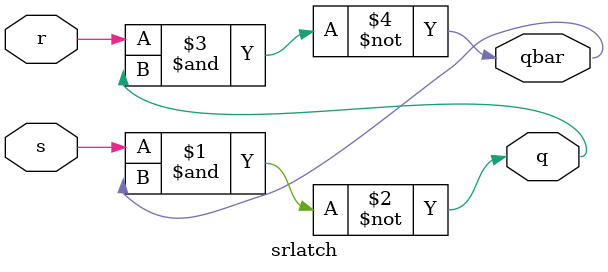
<source format=v>
module srlatch(r,s,q,qbar);
input s,r;
output q,qbar;

assign q=~(s&qbar);
assign qbar=~(r&q);
endmodule 
</source>
